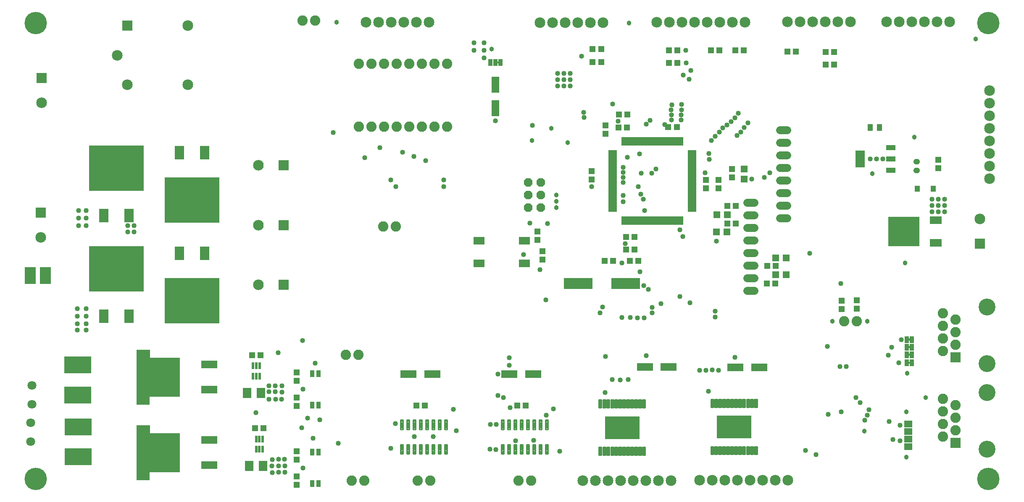
<source format=gbr>
G04 EAGLE Gerber RS-274X export*
G75*
%MOMM*%
%FSLAX34Y34*%
%LPD*%
%INSoldermask Top*%
%IPPOS*%
%AMOC8*
5,1,8,0,0,1.08239X$1,22.5*%
G01*
%ADD10R,1.603200X3.203200*%
%ADD11R,1.003200X1.403200*%
%ADD12C,0.925344*%
%ADD13R,1.303200X1.203200*%
%ADD14R,3.203200X1.603200*%
%ADD15R,1.981200X2.743200*%
%ADD16R,11.125200X9.220200*%
%ADD17R,2.235200X3.378200*%
%ADD18P,1.897646X8X112.500000*%
%ADD19C,2.082800*%
%ADD20R,2.082800X2.082800*%
%ADD21C,3.403200*%
%ADD22C,1.803400*%
%ADD23R,2.153200X2.153200*%
%ADD24C,2.153200*%
%ADD25R,0.838200X1.473200*%
%ADD26R,3.302000X1.498600*%
%ADD27R,2.489200X1.600200*%
%ADD28R,6.375400X5.892800*%
%ADD29R,1.803200X2.003200*%
%ADD30R,1.203200X1.303200*%
%ADD31C,0.353406*%
%ADD32R,7.003200X4.603200*%
%ADD33R,0.558800X1.371600*%
%ADD34C,0.286081*%
%ADD35C,0.965200*%
%ADD36C,2.133600*%
%ADD37R,2.133600X2.133600*%
%ADD38R,5.486400X3.378200*%
%ADD39R,1.403200X1.403200*%
%ADD40R,1.703200X0.503200*%
%ADD41R,0.503200X1.703200*%
%ADD42R,5.803200X2.303200*%
%ADD43R,2.303200X1.603200*%
%ADD44C,1.625600*%
%ADD45R,1.102359X1.224281*%
%ADD46R,1.963200X1.133200*%
%ADD47R,1.963200X3.393200*%
%ADD48C,1.016000*%
%ADD49C,4.519200*%

G36*
X269305Y189877D02*
X269305Y189877D01*
X269371Y189879D01*
X269414Y189897D01*
X269461Y189905D01*
X269518Y189939D01*
X269578Y189964D01*
X269613Y189995D01*
X269654Y190020D01*
X269696Y190071D01*
X269744Y190115D01*
X269766Y190157D01*
X269795Y190194D01*
X269816Y190256D01*
X269847Y190315D01*
X269855Y190369D01*
X269867Y190406D01*
X269866Y190446D01*
X269874Y190500D01*
X269874Y205614D01*
X330200Y205614D01*
X330265Y205625D01*
X330331Y205627D01*
X330374Y205645D01*
X330421Y205653D01*
X330478Y205687D01*
X330538Y205712D01*
X330573Y205743D01*
X330614Y205768D01*
X330656Y205819D01*
X330704Y205863D01*
X330726Y205905D01*
X330755Y205942D01*
X330776Y206004D01*
X330807Y206063D01*
X330815Y206117D01*
X330827Y206154D01*
X330826Y206194D01*
X330834Y206248D01*
X330834Y283972D01*
X330823Y284037D01*
X330821Y284103D01*
X330803Y284146D01*
X330795Y284193D01*
X330761Y284250D01*
X330736Y284310D01*
X330705Y284345D01*
X330680Y284386D01*
X330629Y284428D01*
X330585Y284476D01*
X330543Y284498D01*
X330506Y284527D01*
X330444Y284548D01*
X330385Y284579D01*
X330331Y284587D01*
X330294Y284599D01*
X330254Y284598D01*
X330200Y284606D01*
X270382Y284606D01*
X270382Y300228D01*
X270371Y300293D01*
X270369Y300359D01*
X270351Y300402D01*
X270343Y300449D01*
X270309Y300506D01*
X270284Y300566D01*
X270253Y300601D01*
X270228Y300642D01*
X270177Y300684D01*
X270133Y300732D01*
X270091Y300754D01*
X270054Y300783D01*
X269992Y300804D01*
X269933Y300835D01*
X269879Y300843D01*
X269842Y300855D01*
X269802Y300854D01*
X269748Y300862D01*
X243840Y300862D01*
X243775Y300851D01*
X243709Y300849D01*
X243666Y300831D01*
X243619Y300823D01*
X243562Y300789D01*
X243502Y300764D01*
X243467Y300733D01*
X243426Y300708D01*
X243385Y300657D01*
X243336Y300613D01*
X243314Y300571D01*
X243285Y300534D01*
X243264Y300472D01*
X243233Y300413D01*
X243225Y300359D01*
X243213Y300322D01*
X243213Y300319D01*
X243214Y300282D01*
X243206Y300228D01*
X243206Y190500D01*
X243217Y190435D01*
X243219Y190369D01*
X243237Y190326D01*
X243245Y190279D01*
X243279Y190222D01*
X243304Y190162D01*
X243335Y190127D01*
X243360Y190086D01*
X243411Y190045D01*
X243455Y189996D01*
X243497Y189974D01*
X243534Y189945D01*
X243596Y189924D01*
X243655Y189893D01*
X243709Y189885D01*
X243746Y189873D01*
X243786Y189874D01*
X243840Y189866D01*
X269240Y189866D01*
X269305Y189877D01*
G37*
G36*
X269305Y37477D02*
X269305Y37477D01*
X269371Y37479D01*
X269414Y37497D01*
X269461Y37505D01*
X269518Y37539D01*
X269578Y37564D01*
X269613Y37595D01*
X269654Y37620D01*
X269696Y37671D01*
X269744Y37715D01*
X269766Y37757D01*
X269795Y37794D01*
X269816Y37856D01*
X269847Y37915D01*
X269855Y37969D01*
X269867Y38006D01*
X269866Y38046D01*
X269874Y38100D01*
X269874Y53214D01*
X330200Y53214D01*
X330265Y53225D01*
X330331Y53227D01*
X330374Y53245D01*
X330421Y53253D01*
X330478Y53287D01*
X330538Y53312D01*
X330573Y53343D01*
X330614Y53368D01*
X330656Y53419D01*
X330704Y53463D01*
X330726Y53505D01*
X330755Y53542D01*
X330776Y53604D01*
X330807Y53663D01*
X330815Y53717D01*
X330827Y53754D01*
X330826Y53794D01*
X330834Y53848D01*
X330834Y131572D01*
X330823Y131637D01*
X330821Y131703D01*
X330803Y131746D01*
X330795Y131793D01*
X330761Y131850D01*
X330736Y131910D01*
X330705Y131945D01*
X330680Y131986D01*
X330629Y132028D01*
X330585Y132076D01*
X330543Y132098D01*
X330506Y132127D01*
X330444Y132148D01*
X330385Y132179D01*
X330331Y132187D01*
X330294Y132199D01*
X330254Y132198D01*
X330200Y132206D01*
X270382Y132206D01*
X270382Y147828D01*
X270371Y147893D01*
X270369Y147959D01*
X270351Y148002D01*
X270343Y148049D01*
X270309Y148106D01*
X270284Y148166D01*
X270253Y148201D01*
X270228Y148242D01*
X270177Y148284D01*
X270133Y148332D01*
X270091Y148354D01*
X270054Y148383D01*
X269992Y148404D01*
X269933Y148435D01*
X269879Y148443D01*
X269842Y148455D01*
X269802Y148454D01*
X269748Y148462D01*
X243840Y148462D01*
X243775Y148451D01*
X243709Y148449D01*
X243666Y148431D01*
X243619Y148423D01*
X243562Y148389D01*
X243502Y148364D01*
X243467Y148333D01*
X243426Y148308D01*
X243385Y148257D01*
X243336Y148213D01*
X243314Y148171D01*
X243285Y148134D01*
X243264Y148072D01*
X243233Y148013D01*
X243225Y147959D01*
X243213Y147922D01*
X243213Y147919D01*
X243214Y147882D01*
X243206Y147828D01*
X243206Y38100D01*
X243217Y38035D01*
X243219Y37969D01*
X243237Y37926D01*
X243245Y37879D01*
X243279Y37822D01*
X243304Y37762D01*
X243335Y37727D01*
X243360Y37686D01*
X243411Y37645D01*
X243455Y37596D01*
X243497Y37574D01*
X243534Y37545D01*
X243596Y37524D01*
X243655Y37493D01*
X243709Y37485D01*
X243746Y37473D01*
X243786Y37474D01*
X243840Y37466D01*
X269240Y37466D01*
X269305Y37477D01*
G37*
G36*
X1802830Y304177D02*
X1802830Y304177D01*
X1802896Y304179D01*
X1802939Y304197D01*
X1802986Y304205D01*
X1803043Y304239D01*
X1803103Y304264D01*
X1803138Y304295D01*
X1803179Y304320D01*
X1803221Y304371D01*
X1803269Y304415D01*
X1803291Y304457D01*
X1803320Y304494D01*
X1803341Y304556D01*
X1803372Y304615D01*
X1803380Y304669D01*
X1803392Y304706D01*
X1803391Y304746D01*
X1803399Y304800D01*
X1803399Y307340D01*
X1803388Y307405D01*
X1803386Y307471D01*
X1803368Y307514D01*
X1803360Y307561D01*
X1803326Y307618D01*
X1803301Y307678D01*
X1803270Y307713D01*
X1803245Y307754D01*
X1803194Y307796D01*
X1803150Y307844D01*
X1803108Y307866D01*
X1803071Y307895D01*
X1803009Y307916D01*
X1802950Y307947D01*
X1802896Y307955D01*
X1802859Y307967D01*
X1802819Y307966D01*
X1802765Y307974D01*
X1798955Y307974D01*
X1798890Y307963D01*
X1798824Y307961D01*
X1798781Y307943D01*
X1798734Y307935D01*
X1798677Y307901D01*
X1798617Y307876D01*
X1798582Y307845D01*
X1798541Y307820D01*
X1798500Y307769D01*
X1798451Y307725D01*
X1798429Y307683D01*
X1798400Y307646D01*
X1798379Y307584D01*
X1798348Y307525D01*
X1798340Y307471D01*
X1798328Y307434D01*
X1798328Y307431D01*
X1798329Y307394D01*
X1798321Y307340D01*
X1798321Y304800D01*
X1798332Y304735D01*
X1798334Y304669D01*
X1798352Y304626D01*
X1798360Y304579D01*
X1798394Y304522D01*
X1798419Y304462D01*
X1798450Y304427D01*
X1798475Y304386D01*
X1798526Y304345D01*
X1798570Y304296D01*
X1798612Y304274D01*
X1798649Y304245D01*
X1798711Y304224D01*
X1798770Y304193D01*
X1798824Y304185D01*
X1798861Y304173D01*
X1798901Y304174D01*
X1798955Y304166D01*
X1802765Y304166D01*
X1802830Y304177D01*
G37*
G36*
X1802830Y319417D02*
X1802830Y319417D01*
X1802896Y319419D01*
X1802939Y319437D01*
X1802986Y319445D01*
X1803043Y319479D01*
X1803103Y319504D01*
X1803138Y319535D01*
X1803179Y319560D01*
X1803221Y319611D01*
X1803269Y319655D01*
X1803291Y319697D01*
X1803320Y319734D01*
X1803341Y319796D01*
X1803372Y319855D01*
X1803380Y319909D01*
X1803392Y319946D01*
X1803391Y319986D01*
X1803399Y320040D01*
X1803399Y322580D01*
X1803388Y322645D01*
X1803386Y322711D01*
X1803368Y322754D01*
X1803360Y322801D01*
X1803326Y322858D01*
X1803301Y322918D01*
X1803270Y322953D01*
X1803245Y322994D01*
X1803194Y323036D01*
X1803150Y323084D01*
X1803108Y323106D01*
X1803071Y323135D01*
X1803009Y323156D01*
X1802950Y323187D01*
X1802896Y323195D01*
X1802859Y323207D01*
X1802819Y323206D01*
X1802765Y323214D01*
X1798955Y323214D01*
X1798890Y323203D01*
X1798824Y323201D01*
X1798781Y323183D01*
X1798734Y323175D01*
X1798677Y323141D01*
X1798617Y323116D01*
X1798582Y323085D01*
X1798541Y323060D01*
X1798500Y323009D01*
X1798451Y322965D01*
X1798429Y322923D01*
X1798400Y322886D01*
X1798379Y322824D01*
X1798348Y322765D01*
X1798340Y322711D01*
X1798328Y322674D01*
X1798328Y322671D01*
X1798329Y322634D01*
X1798321Y322580D01*
X1798321Y320040D01*
X1798332Y319975D01*
X1798334Y319909D01*
X1798352Y319866D01*
X1798360Y319819D01*
X1798394Y319762D01*
X1798419Y319702D01*
X1798450Y319667D01*
X1798475Y319626D01*
X1798526Y319585D01*
X1798570Y319536D01*
X1798612Y319514D01*
X1798649Y319485D01*
X1798711Y319464D01*
X1798770Y319433D01*
X1798824Y319425D01*
X1798861Y319413D01*
X1798901Y319414D01*
X1798955Y319406D01*
X1802765Y319406D01*
X1802830Y319417D01*
G37*
G36*
X1802830Y288937D02*
X1802830Y288937D01*
X1802896Y288939D01*
X1802939Y288957D01*
X1802986Y288965D01*
X1803043Y288999D01*
X1803103Y289024D01*
X1803138Y289055D01*
X1803179Y289080D01*
X1803221Y289131D01*
X1803269Y289175D01*
X1803291Y289217D01*
X1803320Y289254D01*
X1803341Y289316D01*
X1803372Y289375D01*
X1803380Y289429D01*
X1803392Y289466D01*
X1803391Y289506D01*
X1803399Y289560D01*
X1803399Y292100D01*
X1803388Y292165D01*
X1803386Y292231D01*
X1803368Y292274D01*
X1803360Y292321D01*
X1803326Y292378D01*
X1803301Y292438D01*
X1803270Y292473D01*
X1803245Y292514D01*
X1803194Y292556D01*
X1803150Y292604D01*
X1803108Y292626D01*
X1803071Y292655D01*
X1803009Y292676D01*
X1802950Y292707D01*
X1802896Y292715D01*
X1802859Y292727D01*
X1802819Y292726D01*
X1802765Y292734D01*
X1798955Y292734D01*
X1798890Y292723D01*
X1798824Y292721D01*
X1798781Y292703D01*
X1798734Y292695D01*
X1798677Y292661D01*
X1798617Y292636D01*
X1798582Y292605D01*
X1798541Y292580D01*
X1798500Y292529D01*
X1798451Y292485D01*
X1798429Y292443D01*
X1798400Y292406D01*
X1798379Y292344D01*
X1798348Y292285D01*
X1798340Y292231D01*
X1798328Y292194D01*
X1798328Y292191D01*
X1798329Y292154D01*
X1798321Y292100D01*
X1798321Y289560D01*
X1798332Y289495D01*
X1798334Y289429D01*
X1798352Y289386D01*
X1798360Y289339D01*
X1798394Y289282D01*
X1798419Y289222D01*
X1798450Y289187D01*
X1798475Y289146D01*
X1798526Y289105D01*
X1798570Y289056D01*
X1798612Y289034D01*
X1798649Y289005D01*
X1798711Y288984D01*
X1798770Y288953D01*
X1798824Y288945D01*
X1798861Y288933D01*
X1798901Y288934D01*
X1798955Y288926D01*
X1802765Y288926D01*
X1802830Y288937D01*
G37*
G36*
X1802830Y272427D02*
X1802830Y272427D01*
X1802896Y272429D01*
X1802939Y272447D01*
X1802986Y272455D01*
X1803043Y272489D01*
X1803103Y272514D01*
X1803138Y272545D01*
X1803179Y272570D01*
X1803221Y272621D01*
X1803269Y272665D01*
X1803291Y272707D01*
X1803320Y272744D01*
X1803341Y272806D01*
X1803372Y272865D01*
X1803380Y272919D01*
X1803392Y272956D01*
X1803391Y272996D01*
X1803399Y273050D01*
X1803399Y275590D01*
X1803388Y275655D01*
X1803386Y275721D01*
X1803368Y275764D01*
X1803360Y275811D01*
X1803326Y275868D01*
X1803301Y275928D01*
X1803270Y275963D01*
X1803245Y276004D01*
X1803194Y276046D01*
X1803150Y276094D01*
X1803108Y276116D01*
X1803071Y276145D01*
X1803009Y276166D01*
X1802950Y276197D01*
X1802896Y276205D01*
X1802859Y276217D01*
X1802819Y276216D01*
X1802765Y276224D01*
X1798955Y276224D01*
X1798890Y276213D01*
X1798824Y276211D01*
X1798781Y276193D01*
X1798734Y276185D01*
X1798677Y276151D01*
X1798617Y276126D01*
X1798582Y276095D01*
X1798541Y276070D01*
X1798500Y276019D01*
X1798451Y275975D01*
X1798429Y275933D01*
X1798400Y275896D01*
X1798379Y275834D01*
X1798348Y275775D01*
X1798340Y275721D01*
X1798328Y275684D01*
X1798328Y275681D01*
X1798329Y275644D01*
X1798321Y275590D01*
X1798321Y273050D01*
X1798332Y272985D01*
X1798334Y272919D01*
X1798352Y272876D01*
X1798360Y272829D01*
X1798394Y272772D01*
X1798419Y272712D01*
X1798450Y272677D01*
X1798475Y272636D01*
X1798526Y272595D01*
X1798570Y272546D01*
X1798612Y272524D01*
X1798649Y272495D01*
X1798711Y272474D01*
X1798770Y272443D01*
X1798824Y272435D01*
X1798861Y272423D01*
X1798901Y272424D01*
X1798955Y272416D01*
X1802765Y272416D01*
X1802830Y272427D01*
G37*
G36*
X973774Y878725D02*
X973774Y878725D01*
X973840Y878727D01*
X973883Y878745D01*
X973930Y878753D01*
X973987Y878787D01*
X974047Y878812D01*
X974082Y878843D01*
X974123Y878868D01*
X974165Y878919D01*
X974213Y878963D01*
X974235Y879005D01*
X974264Y879042D01*
X974285Y879104D01*
X974316Y879163D01*
X974324Y879217D01*
X974336Y879254D01*
X974335Y879294D01*
X974343Y879348D01*
X974343Y881888D01*
X974332Y881953D01*
X974330Y882019D01*
X974312Y882062D01*
X974304Y882109D01*
X974270Y882166D01*
X974245Y882226D01*
X974214Y882261D01*
X974189Y882302D01*
X974138Y882344D01*
X974094Y882392D01*
X974052Y882414D01*
X974015Y882443D01*
X973953Y882464D01*
X973894Y882495D01*
X973840Y882503D01*
X973803Y882515D01*
X973763Y882514D01*
X973709Y882522D01*
X969899Y882522D01*
X969834Y882511D01*
X969768Y882509D01*
X969725Y882491D01*
X969678Y882483D01*
X969621Y882449D01*
X969561Y882424D01*
X969526Y882393D01*
X969485Y882368D01*
X969444Y882317D01*
X969395Y882273D01*
X969373Y882231D01*
X969344Y882194D01*
X969323Y882132D01*
X969292Y882073D01*
X969284Y882019D01*
X969272Y881982D01*
X969272Y881979D01*
X969273Y881942D01*
X969265Y881888D01*
X969265Y879348D01*
X969276Y879283D01*
X969278Y879217D01*
X969296Y879174D01*
X969304Y879127D01*
X969338Y879070D01*
X969363Y879010D01*
X969394Y878975D01*
X969419Y878934D01*
X969470Y878893D01*
X969514Y878844D01*
X969556Y878822D01*
X969593Y878793D01*
X969655Y878772D01*
X969714Y878741D01*
X969768Y878733D01*
X969805Y878721D01*
X969845Y878722D01*
X969899Y878714D01*
X973709Y878714D01*
X973774Y878725D01*
G37*
D10*
X966724Y836038D03*
X966724Y788038D03*
D11*
X1740010Y749300D03*
X1722010Y749300D03*
D12*
X1812940Y663822D02*
X1816720Y663822D01*
X1816720Y662058D01*
X1812940Y662058D01*
X1812940Y663822D01*
X1812940Y681602D02*
X1816720Y681602D01*
X1816720Y679838D01*
X1812940Y679838D01*
X1812940Y681602D01*
D13*
X1027294Y188214D03*
X1010294Y188214D03*
D14*
X839594Y251714D03*
X791594Y251714D03*
X1042794Y251714D03*
X994794Y251714D03*
X1315684Y265966D03*
X1267684Y265966D03*
X1498216Y265430D03*
X1450216Y265430D03*
D13*
X476386Y289814D03*
X493386Y289814D03*
X1648748Y875982D03*
X1631748Y875982D03*
X482482Y141986D03*
X499482Y141986D03*
D15*
X381000Y495300D03*
X330200Y495300D03*
D16*
X355600Y399415D03*
D15*
X177800Y368300D03*
X228600Y368300D03*
D16*
X203200Y464185D03*
D15*
X381000Y698500D03*
X330200Y698500D03*
D16*
X355600Y602615D03*
D15*
X177800Y571500D03*
X228600Y571500D03*
D16*
X203200Y667385D03*
D17*
X59690Y450850D03*
X29210Y450850D03*
D18*
X1057910Y588010D03*
X1032510Y588010D03*
X1057910Y613410D03*
X1032510Y613410D03*
X1057910Y638810D03*
X1032510Y638810D03*
D19*
X809752Y36576D03*
X835152Y36576D03*
X1868170Y201930D03*
X1893570Y189230D03*
X1868170Y176530D03*
X1868170Y151130D03*
X1868170Y125730D03*
X1893570Y163830D03*
X1893570Y138430D03*
D20*
X1893570Y113030D03*
D21*
X1957070Y100330D03*
X1957070Y214630D03*
D19*
X1868170Y374650D03*
X1893570Y361950D03*
X1868170Y349250D03*
X1868170Y323850D03*
X1868170Y298450D03*
X1893570Y336550D03*
X1893570Y311150D03*
D20*
X1893570Y285750D03*
D21*
X1957070Y273050D03*
X1957070Y387350D03*
D22*
X32258Y190340D03*
X32258Y228440D03*
D19*
X603250Y965200D03*
X577850Y965200D03*
X1013460Y36576D03*
X1038860Y36576D03*
D23*
X1943100Y514750D03*
D24*
X1943100Y564750D03*
D23*
X50800Y577450D03*
D24*
X50800Y527450D03*
D22*
X30258Y115440D03*
X30258Y153540D03*
D25*
X1794256Y120650D03*
X1802384Y120650D03*
X1805940Y274320D03*
X1795780Y274320D03*
X1805940Y290830D03*
X1795780Y290830D03*
X1805940Y321310D03*
X1795780Y321310D03*
X956564Y880618D03*
X966724Y880618D03*
X976884Y880618D03*
X1794256Y151130D03*
X1802384Y151130D03*
X1794256Y135890D03*
X1802384Y135890D03*
X1794256Y105410D03*
X1802384Y105410D03*
D23*
X224750Y955350D03*
D24*
X204750Y895350D03*
X224750Y835350D03*
X346750Y835350D03*
X346750Y955350D03*
D26*
X389636Y219964D03*
X389636Y270764D03*
X389636Y67564D03*
X389636Y118364D03*
D27*
X1854200Y516890D03*
X1854200Y562610D03*
D28*
X1789811Y539750D03*
D29*
X493806Y213614D03*
X465806Y213614D03*
D30*
X565658Y78876D03*
X565658Y95876D03*
X565658Y237626D03*
X565658Y254626D03*
D29*
X498124Y66040D03*
X470124Y66040D03*
D13*
X1648748Y901732D03*
X1631748Y901732D03*
X1316258Y905066D03*
X1333258Y905066D03*
D31*
X1263745Y198605D02*
X1263745Y183507D01*
X1263745Y198605D02*
X1268243Y198605D01*
X1268243Y183507D01*
X1263745Y183507D01*
X1263745Y186864D02*
X1268243Y186864D01*
X1268243Y190221D02*
X1263745Y190221D01*
X1263745Y193578D02*
X1268243Y193578D01*
X1268243Y196935D02*
X1263745Y196935D01*
X1255745Y198605D02*
X1255745Y183507D01*
X1255745Y198605D02*
X1260243Y198605D01*
X1260243Y183507D01*
X1255745Y183507D01*
X1255745Y186864D02*
X1260243Y186864D01*
X1260243Y190221D02*
X1255745Y190221D01*
X1255745Y193578D02*
X1260243Y193578D01*
X1260243Y196935D02*
X1255745Y196935D01*
X1247745Y198605D02*
X1247745Y183507D01*
X1247745Y198605D02*
X1252243Y198605D01*
X1252243Y183507D01*
X1247745Y183507D01*
X1247745Y186864D02*
X1252243Y186864D01*
X1252243Y190221D02*
X1247745Y190221D01*
X1247745Y193578D02*
X1252243Y193578D01*
X1252243Y196935D02*
X1247745Y196935D01*
X1239745Y198605D02*
X1239745Y183507D01*
X1239745Y198605D02*
X1244243Y198605D01*
X1244243Y183507D01*
X1239745Y183507D01*
X1239745Y186864D02*
X1244243Y186864D01*
X1244243Y190221D02*
X1239745Y190221D01*
X1239745Y193578D02*
X1244243Y193578D01*
X1244243Y196935D02*
X1239745Y196935D01*
X1231745Y198605D02*
X1231745Y183507D01*
X1231745Y198605D02*
X1236243Y198605D01*
X1236243Y183507D01*
X1231745Y183507D01*
X1231745Y186864D02*
X1236243Y186864D01*
X1236243Y190221D02*
X1231745Y190221D01*
X1231745Y193578D02*
X1236243Y193578D01*
X1236243Y196935D02*
X1231745Y196935D01*
X1223745Y198605D02*
X1223745Y183507D01*
X1223745Y198605D02*
X1228243Y198605D01*
X1228243Y183507D01*
X1223745Y183507D01*
X1223745Y186864D02*
X1228243Y186864D01*
X1228243Y190221D02*
X1223745Y190221D01*
X1223745Y193578D02*
X1228243Y193578D01*
X1228243Y196935D02*
X1223745Y196935D01*
X1215745Y198605D02*
X1215745Y183507D01*
X1215745Y198605D02*
X1220243Y198605D01*
X1220243Y183507D01*
X1215745Y183507D01*
X1215745Y186864D02*
X1220243Y186864D01*
X1220243Y190221D02*
X1215745Y190221D01*
X1215745Y193578D02*
X1220243Y193578D01*
X1220243Y196935D02*
X1215745Y196935D01*
X1207745Y198605D02*
X1207745Y183507D01*
X1207745Y198605D02*
X1212243Y198605D01*
X1212243Y183507D01*
X1207745Y183507D01*
X1207745Y186864D02*
X1212243Y186864D01*
X1212243Y190221D02*
X1207745Y190221D01*
X1207745Y193578D02*
X1212243Y193578D01*
X1212243Y196935D02*
X1207745Y196935D01*
X1199745Y198605D02*
X1199745Y183507D01*
X1199745Y198605D02*
X1204243Y198605D01*
X1204243Y183507D01*
X1199745Y183507D01*
X1199745Y186864D02*
X1204243Y186864D01*
X1204243Y190221D02*
X1199745Y190221D01*
X1199745Y193578D02*
X1204243Y193578D01*
X1204243Y196935D02*
X1199745Y196935D01*
X1191745Y198605D02*
X1191745Y183507D01*
X1191745Y198605D02*
X1196243Y198605D01*
X1196243Y183507D01*
X1191745Y183507D01*
X1191745Y186864D02*
X1196243Y186864D01*
X1196243Y190221D02*
X1191745Y190221D01*
X1191745Y193578D02*
X1196243Y193578D01*
X1196243Y196935D02*
X1191745Y196935D01*
X1183745Y198605D02*
X1183745Y183507D01*
X1183745Y198605D02*
X1188243Y198605D01*
X1188243Y183507D01*
X1183745Y183507D01*
X1183745Y186864D02*
X1188243Y186864D01*
X1188243Y190221D02*
X1183745Y190221D01*
X1183745Y193578D02*
X1188243Y193578D01*
X1188243Y196935D02*
X1183745Y196935D01*
X1175745Y198605D02*
X1175745Y183507D01*
X1175745Y198605D02*
X1180243Y198605D01*
X1180243Y183507D01*
X1175745Y183507D01*
X1175745Y186864D02*
X1180243Y186864D01*
X1180243Y190221D02*
X1175745Y190221D01*
X1175745Y193578D02*
X1180243Y193578D01*
X1180243Y196935D02*
X1175745Y196935D01*
X1175745Y103005D02*
X1175745Y87907D01*
X1175745Y103005D02*
X1180243Y103005D01*
X1180243Y87907D01*
X1175745Y87907D01*
X1175745Y91264D02*
X1180243Y91264D01*
X1180243Y94621D02*
X1175745Y94621D01*
X1175745Y97978D02*
X1180243Y97978D01*
X1180243Y101335D02*
X1175745Y101335D01*
X1183745Y103005D02*
X1183745Y87907D01*
X1183745Y103005D02*
X1188243Y103005D01*
X1188243Y87907D01*
X1183745Y87907D01*
X1183745Y91264D02*
X1188243Y91264D01*
X1188243Y94621D02*
X1183745Y94621D01*
X1183745Y97978D02*
X1188243Y97978D01*
X1188243Y101335D02*
X1183745Y101335D01*
X1191745Y103005D02*
X1191745Y87907D01*
X1191745Y103005D02*
X1196243Y103005D01*
X1196243Y87907D01*
X1191745Y87907D01*
X1191745Y91264D02*
X1196243Y91264D01*
X1196243Y94621D02*
X1191745Y94621D01*
X1191745Y97978D02*
X1196243Y97978D01*
X1196243Y101335D02*
X1191745Y101335D01*
X1199745Y103005D02*
X1199745Y87907D01*
X1199745Y103005D02*
X1204243Y103005D01*
X1204243Y87907D01*
X1199745Y87907D01*
X1199745Y91264D02*
X1204243Y91264D01*
X1204243Y94621D02*
X1199745Y94621D01*
X1199745Y97978D02*
X1204243Y97978D01*
X1204243Y101335D02*
X1199745Y101335D01*
X1207745Y103005D02*
X1207745Y87907D01*
X1207745Y103005D02*
X1212243Y103005D01*
X1212243Y87907D01*
X1207745Y87907D01*
X1207745Y91264D02*
X1212243Y91264D01*
X1212243Y94621D02*
X1207745Y94621D01*
X1207745Y97978D02*
X1212243Y97978D01*
X1212243Y101335D02*
X1207745Y101335D01*
X1215745Y103005D02*
X1215745Y87907D01*
X1215745Y103005D02*
X1220243Y103005D01*
X1220243Y87907D01*
X1215745Y87907D01*
X1215745Y91264D02*
X1220243Y91264D01*
X1220243Y94621D02*
X1215745Y94621D01*
X1215745Y97978D02*
X1220243Y97978D01*
X1220243Y101335D02*
X1215745Y101335D01*
X1223745Y103005D02*
X1223745Y87907D01*
X1223745Y103005D02*
X1228243Y103005D01*
X1228243Y87907D01*
X1223745Y87907D01*
X1223745Y91264D02*
X1228243Y91264D01*
X1228243Y94621D02*
X1223745Y94621D01*
X1223745Y97978D02*
X1228243Y97978D01*
X1228243Y101335D02*
X1223745Y101335D01*
X1231745Y103005D02*
X1231745Y87907D01*
X1231745Y103005D02*
X1236243Y103005D01*
X1236243Y87907D01*
X1231745Y87907D01*
X1231745Y91264D02*
X1236243Y91264D01*
X1236243Y94621D02*
X1231745Y94621D01*
X1231745Y97978D02*
X1236243Y97978D01*
X1236243Y101335D02*
X1231745Y101335D01*
X1239745Y103005D02*
X1239745Y87907D01*
X1239745Y103005D02*
X1244243Y103005D01*
X1244243Y87907D01*
X1239745Y87907D01*
X1239745Y91264D02*
X1244243Y91264D01*
X1244243Y94621D02*
X1239745Y94621D01*
X1239745Y97978D02*
X1244243Y97978D01*
X1244243Y101335D02*
X1239745Y101335D01*
X1247745Y103005D02*
X1247745Y87907D01*
X1247745Y103005D02*
X1252243Y103005D01*
X1252243Y87907D01*
X1247745Y87907D01*
X1247745Y91264D02*
X1252243Y91264D01*
X1252243Y94621D02*
X1247745Y94621D01*
X1247745Y97978D02*
X1252243Y97978D01*
X1252243Y101335D02*
X1247745Y101335D01*
X1255745Y103005D02*
X1255745Y87907D01*
X1255745Y103005D02*
X1260243Y103005D01*
X1260243Y87907D01*
X1255745Y87907D01*
X1255745Y91264D02*
X1260243Y91264D01*
X1260243Y94621D02*
X1255745Y94621D01*
X1255745Y97978D02*
X1260243Y97978D01*
X1260243Y101335D02*
X1255745Y101335D01*
X1263745Y103005D02*
X1263745Y87907D01*
X1263745Y103005D02*
X1268243Y103005D01*
X1268243Y87907D01*
X1263745Y87907D01*
X1263745Y91264D02*
X1268243Y91264D01*
X1268243Y94621D02*
X1263745Y94621D01*
X1263745Y97978D02*
X1268243Y97978D01*
X1268243Y101335D02*
X1263745Y101335D01*
D32*
X1221994Y143256D03*
D33*
X491490Y268478D03*
X484886Y268478D03*
X478282Y268478D03*
X478282Y247650D03*
X484886Y247650D03*
X491490Y247650D03*
D34*
X779930Y109400D02*
X779930Y90528D01*
X775058Y90528D01*
X775058Y109400D01*
X779930Y109400D01*
X779930Y93246D02*
X775058Y93246D01*
X775058Y95964D02*
X779930Y95964D01*
X779930Y98682D02*
X775058Y98682D01*
X775058Y101400D02*
X779930Y101400D01*
X779930Y104118D02*
X775058Y104118D01*
X775058Y106836D02*
X779930Y106836D01*
X792630Y109400D02*
X792630Y90528D01*
X787758Y90528D01*
X787758Y109400D01*
X792630Y109400D01*
X792630Y93246D02*
X787758Y93246D01*
X787758Y95964D02*
X792630Y95964D01*
X792630Y98682D02*
X787758Y98682D01*
X787758Y101400D02*
X792630Y101400D01*
X792630Y104118D02*
X787758Y104118D01*
X787758Y106836D02*
X792630Y106836D01*
X805330Y109400D02*
X805330Y90528D01*
X800458Y90528D01*
X800458Y109400D01*
X805330Y109400D01*
X805330Y93246D02*
X800458Y93246D01*
X800458Y95964D02*
X805330Y95964D01*
X805330Y98682D02*
X800458Y98682D01*
X800458Y101400D02*
X805330Y101400D01*
X805330Y104118D02*
X800458Y104118D01*
X800458Y106836D02*
X805330Y106836D01*
X818030Y109400D02*
X818030Y90528D01*
X813158Y90528D01*
X813158Y109400D01*
X818030Y109400D01*
X818030Y93246D02*
X813158Y93246D01*
X813158Y95964D02*
X818030Y95964D01*
X818030Y98682D02*
X813158Y98682D01*
X813158Y101400D02*
X818030Y101400D01*
X818030Y104118D02*
X813158Y104118D01*
X813158Y106836D02*
X818030Y106836D01*
X830730Y109400D02*
X830730Y90528D01*
X825858Y90528D01*
X825858Y109400D01*
X830730Y109400D01*
X830730Y93246D02*
X825858Y93246D01*
X825858Y95964D02*
X830730Y95964D01*
X830730Y98682D02*
X825858Y98682D01*
X825858Y101400D02*
X830730Y101400D01*
X830730Y104118D02*
X825858Y104118D01*
X825858Y106836D02*
X830730Y106836D01*
X843430Y109400D02*
X843430Y90528D01*
X838558Y90528D01*
X838558Y109400D01*
X843430Y109400D01*
X843430Y93246D02*
X838558Y93246D01*
X838558Y95964D02*
X843430Y95964D01*
X843430Y98682D02*
X838558Y98682D01*
X838558Y101400D02*
X843430Y101400D01*
X843430Y104118D02*
X838558Y104118D01*
X838558Y106836D02*
X843430Y106836D01*
X856130Y109400D02*
X856130Y90528D01*
X851258Y90528D01*
X851258Y109400D01*
X856130Y109400D01*
X856130Y93246D02*
X851258Y93246D01*
X851258Y95964D02*
X856130Y95964D01*
X856130Y98682D02*
X851258Y98682D01*
X851258Y101400D02*
X856130Y101400D01*
X856130Y104118D02*
X851258Y104118D01*
X851258Y106836D02*
X856130Y106836D01*
X868830Y109400D02*
X868830Y90528D01*
X863958Y90528D01*
X863958Y109400D01*
X868830Y109400D01*
X868830Y93246D02*
X863958Y93246D01*
X863958Y95964D02*
X868830Y95964D01*
X868830Y98682D02*
X863958Y98682D01*
X863958Y101400D02*
X868830Y101400D01*
X868830Y104118D02*
X863958Y104118D01*
X863958Y106836D02*
X868830Y106836D01*
X863958Y140028D02*
X863958Y158900D01*
X868830Y158900D01*
X868830Y140028D01*
X863958Y140028D01*
X863958Y142746D02*
X868830Y142746D01*
X868830Y145464D02*
X863958Y145464D01*
X863958Y148182D02*
X868830Y148182D01*
X868830Y150900D02*
X863958Y150900D01*
X863958Y153618D02*
X868830Y153618D01*
X868830Y156336D02*
X863958Y156336D01*
X851258Y158900D02*
X851258Y140028D01*
X851258Y158900D02*
X856130Y158900D01*
X856130Y140028D01*
X851258Y140028D01*
X851258Y142746D02*
X856130Y142746D01*
X856130Y145464D02*
X851258Y145464D01*
X851258Y148182D02*
X856130Y148182D01*
X856130Y150900D02*
X851258Y150900D01*
X851258Y153618D02*
X856130Y153618D01*
X856130Y156336D02*
X851258Y156336D01*
X838558Y158900D02*
X838558Y140028D01*
X838558Y158900D02*
X843430Y158900D01*
X843430Y140028D01*
X838558Y140028D01*
X838558Y142746D02*
X843430Y142746D01*
X843430Y145464D02*
X838558Y145464D01*
X838558Y148182D02*
X843430Y148182D01*
X843430Y150900D02*
X838558Y150900D01*
X838558Y153618D02*
X843430Y153618D01*
X843430Y156336D02*
X838558Y156336D01*
X825858Y158900D02*
X825858Y140028D01*
X825858Y158900D02*
X830730Y158900D01*
X830730Y140028D01*
X825858Y140028D01*
X825858Y142746D02*
X830730Y142746D01*
X830730Y145464D02*
X825858Y145464D01*
X825858Y148182D02*
X830730Y148182D01*
X830730Y150900D02*
X825858Y150900D01*
X825858Y153618D02*
X830730Y153618D01*
X830730Y156336D02*
X825858Y156336D01*
X813158Y158900D02*
X813158Y140028D01*
X813158Y158900D02*
X818030Y158900D01*
X818030Y140028D01*
X813158Y140028D01*
X813158Y142746D02*
X818030Y142746D01*
X818030Y145464D02*
X813158Y145464D01*
X813158Y148182D02*
X818030Y148182D01*
X818030Y150900D02*
X813158Y150900D01*
X813158Y153618D02*
X818030Y153618D01*
X818030Y156336D02*
X813158Y156336D01*
X800458Y158900D02*
X800458Y140028D01*
X800458Y158900D02*
X805330Y158900D01*
X805330Y140028D01*
X800458Y140028D01*
X800458Y142746D02*
X805330Y142746D01*
X805330Y145464D02*
X800458Y145464D01*
X800458Y148182D02*
X805330Y148182D01*
X805330Y150900D02*
X800458Y150900D01*
X800458Y153618D02*
X805330Y153618D01*
X805330Y156336D02*
X800458Y156336D01*
X787758Y158900D02*
X787758Y140028D01*
X787758Y158900D02*
X792630Y158900D01*
X792630Y140028D01*
X787758Y140028D01*
X787758Y142746D02*
X792630Y142746D01*
X792630Y145464D02*
X787758Y145464D01*
X787758Y148182D02*
X792630Y148182D01*
X792630Y150900D02*
X787758Y150900D01*
X787758Y153618D02*
X792630Y153618D01*
X792630Y156336D02*
X787758Y156336D01*
X775058Y158900D02*
X775058Y140028D01*
X775058Y158900D02*
X779930Y158900D01*
X779930Y140028D01*
X775058Y140028D01*
X775058Y142746D02*
X779930Y142746D01*
X779930Y145464D02*
X775058Y145464D01*
X775058Y148182D02*
X779930Y148182D01*
X779930Y150900D02*
X775058Y150900D01*
X775058Y153618D02*
X779930Y153618D01*
X779930Y156336D02*
X775058Y156336D01*
X983130Y109400D02*
X983130Y90528D01*
X978258Y90528D01*
X978258Y109400D01*
X983130Y109400D01*
X983130Y93246D02*
X978258Y93246D01*
X978258Y95964D02*
X983130Y95964D01*
X983130Y98682D02*
X978258Y98682D01*
X978258Y101400D02*
X983130Y101400D01*
X983130Y104118D02*
X978258Y104118D01*
X978258Y106836D02*
X983130Y106836D01*
X995830Y109400D02*
X995830Y90528D01*
X990958Y90528D01*
X990958Y109400D01*
X995830Y109400D01*
X995830Y93246D02*
X990958Y93246D01*
X990958Y95964D02*
X995830Y95964D01*
X995830Y98682D02*
X990958Y98682D01*
X990958Y101400D02*
X995830Y101400D01*
X995830Y104118D02*
X990958Y104118D01*
X990958Y106836D02*
X995830Y106836D01*
X1008530Y109400D02*
X1008530Y90528D01*
X1003658Y90528D01*
X1003658Y109400D01*
X1008530Y109400D01*
X1008530Y93246D02*
X1003658Y93246D01*
X1003658Y95964D02*
X1008530Y95964D01*
X1008530Y98682D02*
X1003658Y98682D01*
X1003658Y101400D02*
X1008530Y101400D01*
X1008530Y104118D02*
X1003658Y104118D01*
X1003658Y106836D02*
X1008530Y106836D01*
X1021230Y109400D02*
X1021230Y90528D01*
X1016358Y90528D01*
X1016358Y109400D01*
X1021230Y109400D01*
X1021230Y93246D02*
X1016358Y93246D01*
X1016358Y95964D02*
X1021230Y95964D01*
X1021230Y98682D02*
X1016358Y98682D01*
X1016358Y101400D02*
X1021230Y101400D01*
X1021230Y104118D02*
X1016358Y104118D01*
X1016358Y106836D02*
X1021230Y106836D01*
X1033930Y109400D02*
X1033930Y90528D01*
X1029058Y90528D01*
X1029058Y109400D01*
X1033930Y109400D01*
X1033930Y93246D02*
X1029058Y93246D01*
X1029058Y95964D02*
X1033930Y95964D01*
X1033930Y98682D02*
X1029058Y98682D01*
X1029058Y101400D02*
X1033930Y101400D01*
X1033930Y104118D02*
X1029058Y104118D01*
X1029058Y106836D02*
X1033930Y106836D01*
X1046630Y109400D02*
X1046630Y90528D01*
X1041758Y90528D01*
X1041758Y109400D01*
X1046630Y109400D01*
X1046630Y93246D02*
X1041758Y93246D01*
X1041758Y95964D02*
X1046630Y95964D01*
X1046630Y98682D02*
X1041758Y98682D01*
X1041758Y101400D02*
X1046630Y101400D01*
X1046630Y104118D02*
X1041758Y104118D01*
X1041758Y106836D02*
X1046630Y106836D01*
X1059330Y109400D02*
X1059330Y90528D01*
X1054458Y90528D01*
X1054458Y109400D01*
X1059330Y109400D01*
X1059330Y93246D02*
X1054458Y93246D01*
X1054458Y95964D02*
X1059330Y95964D01*
X1059330Y98682D02*
X1054458Y98682D01*
X1054458Y101400D02*
X1059330Y101400D01*
X1059330Y104118D02*
X1054458Y104118D01*
X1054458Y106836D02*
X1059330Y106836D01*
X1072030Y109400D02*
X1072030Y90528D01*
X1067158Y90528D01*
X1067158Y109400D01*
X1072030Y109400D01*
X1072030Y93246D02*
X1067158Y93246D01*
X1067158Y95964D02*
X1072030Y95964D01*
X1072030Y98682D02*
X1067158Y98682D01*
X1067158Y101400D02*
X1072030Y101400D01*
X1072030Y104118D02*
X1067158Y104118D01*
X1067158Y106836D02*
X1072030Y106836D01*
X1067158Y140028D02*
X1067158Y158900D01*
X1072030Y158900D01*
X1072030Y140028D01*
X1067158Y140028D01*
X1067158Y142746D02*
X1072030Y142746D01*
X1072030Y145464D02*
X1067158Y145464D01*
X1067158Y148182D02*
X1072030Y148182D01*
X1072030Y150900D02*
X1067158Y150900D01*
X1067158Y153618D02*
X1072030Y153618D01*
X1072030Y156336D02*
X1067158Y156336D01*
X1054458Y158900D02*
X1054458Y140028D01*
X1054458Y158900D02*
X1059330Y158900D01*
X1059330Y140028D01*
X1054458Y140028D01*
X1054458Y142746D02*
X1059330Y142746D01*
X1059330Y145464D02*
X1054458Y145464D01*
X1054458Y148182D02*
X1059330Y148182D01*
X1059330Y150900D02*
X1054458Y150900D01*
X1054458Y153618D02*
X1059330Y153618D01*
X1059330Y156336D02*
X1054458Y156336D01*
X1041758Y158900D02*
X1041758Y140028D01*
X1041758Y158900D02*
X1046630Y158900D01*
X1046630Y140028D01*
X1041758Y140028D01*
X1041758Y142746D02*
X1046630Y142746D01*
X1046630Y145464D02*
X1041758Y145464D01*
X1041758Y148182D02*
X1046630Y148182D01*
X1046630Y150900D02*
X1041758Y150900D01*
X1041758Y153618D02*
X1046630Y153618D01*
X1046630Y156336D02*
X1041758Y156336D01*
X1029058Y158900D02*
X1029058Y140028D01*
X1029058Y158900D02*
X1033930Y158900D01*
X1033930Y140028D01*
X1029058Y140028D01*
X1029058Y142746D02*
X1033930Y142746D01*
X1033930Y145464D02*
X1029058Y145464D01*
X1029058Y148182D02*
X1033930Y148182D01*
X1033930Y150900D02*
X1029058Y150900D01*
X1029058Y153618D02*
X1033930Y153618D01*
X1033930Y156336D02*
X1029058Y156336D01*
X1016358Y158900D02*
X1016358Y140028D01*
X1016358Y158900D02*
X1021230Y158900D01*
X1021230Y140028D01*
X1016358Y140028D01*
X1016358Y142746D02*
X1021230Y142746D01*
X1021230Y145464D02*
X1016358Y145464D01*
X1016358Y148182D02*
X1021230Y148182D01*
X1021230Y150900D02*
X1016358Y150900D01*
X1016358Y153618D02*
X1021230Y153618D01*
X1021230Y156336D02*
X1016358Y156336D01*
X1003658Y158900D02*
X1003658Y140028D01*
X1003658Y158900D02*
X1008530Y158900D01*
X1008530Y140028D01*
X1003658Y140028D01*
X1003658Y142746D02*
X1008530Y142746D01*
X1008530Y145464D02*
X1003658Y145464D01*
X1003658Y148182D02*
X1008530Y148182D01*
X1008530Y150900D02*
X1003658Y150900D01*
X1003658Y153618D02*
X1008530Y153618D01*
X1008530Y156336D02*
X1003658Y156336D01*
X990958Y158900D02*
X990958Y140028D01*
X990958Y158900D02*
X995830Y158900D01*
X995830Y140028D01*
X990958Y140028D01*
X990958Y142746D02*
X995830Y142746D01*
X995830Y145464D02*
X990958Y145464D01*
X990958Y148182D02*
X995830Y148182D01*
X995830Y150900D02*
X990958Y150900D01*
X990958Y153618D02*
X995830Y153618D01*
X995830Y156336D02*
X990958Y156336D01*
X978258Y158900D02*
X978258Y140028D01*
X978258Y158900D02*
X983130Y158900D01*
X983130Y140028D01*
X978258Y140028D01*
X978258Y142746D02*
X983130Y142746D01*
X983130Y145464D02*
X978258Y145464D01*
X978258Y148182D02*
X983130Y148182D01*
X983130Y150900D02*
X978258Y150900D01*
X978258Y153618D02*
X983130Y153618D01*
X983130Y156336D02*
X978258Y156336D01*
D31*
X1489297Y185031D02*
X1489297Y200129D01*
X1493795Y200129D01*
X1493795Y185031D01*
X1489297Y185031D01*
X1489297Y188388D02*
X1493795Y188388D01*
X1493795Y191745D02*
X1489297Y191745D01*
X1489297Y195102D02*
X1493795Y195102D01*
X1493795Y198459D02*
X1489297Y198459D01*
X1481297Y200129D02*
X1481297Y185031D01*
X1481297Y200129D02*
X1485795Y200129D01*
X1485795Y185031D01*
X1481297Y185031D01*
X1481297Y188388D02*
X1485795Y188388D01*
X1485795Y191745D02*
X1481297Y191745D01*
X1481297Y195102D02*
X1485795Y195102D01*
X1485795Y198459D02*
X1481297Y198459D01*
X1473297Y200129D02*
X1473297Y185031D01*
X1473297Y200129D02*
X1477795Y200129D01*
X1477795Y185031D01*
X1473297Y185031D01*
X1473297Y188388D02*
X1477795Y188388D01*
X1477795Y191745D02*
X1473297Y191745D01*
X1473297Y195102D02*
X1477795Y195102D01*
X1477795Y198459D02*
X1473297Y198459D01*
X1465297Y200129D02*
X1465297Y185031D01*
X1465297Y200129D02*
X1469795Y200129D01*
X1469795Y185031D01*
X1465297Y185031D01*
X1465297Y188388D02*
X1469795Y188388D01*
X1469795Y191745D02*
X1465297Y191745D01*
X1465297Y195102D02*
X1469795Y195102D01*
X1469795Y198459D02*
X1465297Y198459D01*
X1457297Y200129D02*
X1457297Y185031D01*
X1457297Y200129D02*
X1461795Y200129D01*
X1461795Y185031D01*
X1457297Y185031D01*
X1457297Y188388D02*
X1461795Y188388D01*
X1461795Y191745D02*
X1457297Y191745D01*
X1457297Y195102D02*
X1461795Y195102D01*
X1461795Y198459D02*
X1457297Y198459D01*
X1449297Y200129D02*
X1449297Y185031D01*
X1449297Y200129D02*
X1453795Y200129D01*
X1453795Y185031D01*
X1449297Y185031D01*
X1449297Y188388D02*
X1453795Y188388D01*
X1453795Y191745D02*
X1449297Y191745D01*
X1449297Y195102D02*
X1453795Y195102D01*
X1453795Y198459D02*
X1449297Y198459D01*
X1441297Y200129D02*
X1441297Y185031D01*
X1441297Y200129D02*
X1445795Y200129D01*
X1445795Y185031D01*
X1441297Y185031D01*
X1441297Y188388D02*
X1445795Y188388D01*
X1445795Y191745D02*
X1441297Y191745D01*
X1441297Y195102D02*
X1445795Y195102D01*
X1445795Y198459D02*
X1441297Y198459D01*
X1433297Y200129D02*
X1433297Y185031D01*
X1433297Y200129D02*
X1437795Y200129D01*
X1437795Y185031D01*
X1433297Y185031D01*
X1433297Y188388D02*
X1437795Y188388D01*
X1437795Y191745D02*
X1433297Y191745D01*
X1433297Y195102D02*
X1437795Y195102D01*
X1437795Y198459D02*
X1433297Y198459D01*
X1425297Y200129D02*
X1425297Y185031D01*
X1425297Y200129D02*
X1429795Y200129D01*
X1429795Y185031D01*
X1425297Y185031D01*
X1425297Y188388D02*
X1429795Y188388D01*
X1429795Y191745D02*
X1425297Y191745D01*
X1425297Y195102D02*
X1429795Y195102D01*
X1429795Y198459D02*
X1425297Y198459D01*
X1417297Y200129D02*
X1417297Y185031D01*
X1417297Y200129D02*
X1421795Y200129D01*
X1421795Y185031D01*
X1417297Y185031D01*
X1417297Y188388D02*
X1421795Y188388D01*
X1421795Y191745D02*
X1417297Y191745D01*
X1417297Y195102D02*
X1421795Y195102D01*
X1421795Y198459D02*
X1417297Y198459D01*
X1409297Y200129D02*
X1409297Y185031D01*
X1409297Y200129D02*
X1413795Y200129D01*
X1413795Y185031D01*
X1409297Y185031D01*
X1409297Y188388D02*
X1413795Y188388D01*
X1413795Y191745D02*
X1409297Y191745D01*
X1409297Y195102D02*
X1413795Y195102D01*
X1413795Y198459D02*
X1409297Y198459D01*
X1401297Y200129D02*
X1401297Y185031D01*
X1401297Y200129D02*
X1405795Y200129D01*
X1405795Y185031D01*
X1401297Y185031D01*
X1401297Y188388D02*
X1405795Y188388D01*
X1405795Y191745D02*
X1401297Y191745D01*
X1401297Y195102D02*
X1405795Y195102D01*
X1405795Y198459D02*
X1401297Y198459D01*
X1401297Y104529D02*
X1401297Y89431D01*
X1401297Y104529D02*
X1405795Y104529D01*
X1405795Y89431D01*
X1401297Y89431D01*
X1401297Y92788D02*
X1405795Y92788D01*
X1405795Y96145D02*
X1401297Y96145D01*
X1401297Y99502D02*
X1405795Y99502D01*
X1405795Y102859D02*
X1401297Y102859D01*
X1409297Y104529D02*
X1409297Y89431D01*
X1409297Y104529D02*
X1413795Y104529D01*
X1413795Y89431D01*
X1409297Y89431D01*
X1409297Y92788D02*
X1413795Y92788D01*
X1413795Y96145D02*
X1409297Y96145D01*
X1409297Y99502D02*
X1413795Y99502D01*
X1413795Y102859D02*
X1409297Y102859D01*
X1417297Y104529D02*
X1417297Y89431D01*
X1417297Y104529D02*
X1421795Y104529D01*
X1421795Y89431D01*
X1417297Y89431D01*
X1417297Y92788D02*
X1421795Y92788D01*
X1421795Y96145D02*
X1417297Y96145D01*
X1417297Y99502D02*
X1421795Y99502D01*
X1421795Y102859D02*
X1417297Y102859D01*
X1425297Y104529D02*
X1425297Y89431D01*
X1425297Y104529D02*
X1429795Y104529D01*
X1429795Y89431D01*
X1425297Y89431D01*
X1425297Y92788D02*
X1429795Y92788D01*
X1429795Y96145D02*
X1425297Y96145D01*
X1425297Y99502D02*
X1429795Y99502D01*
X1429795Y102859D02*
X1425297Y102859D01*
X1433297Y104529D02*
X1433297Y89431D01*
X1433297Y104529D02*
X1437795Y104529D01*
X1437795Y89431D01*
X1433297Y89431D01*
X1433297Y92788D02*
X1437795Y92788D01*
X1437795Y96145D02*
X1433297Y96145D01*
X1433297Y99502D02*
X1437795Y99502D01*
X1437795Y102859D02*
X1433297Y102859D01*
X1441297Y104529D02*
X1441297Y89431D01*
X1441297Y104529D02*
X1445795Y104529D01*
X1445795Y89431D01*
X1441297Y89431D01*
X1441297Y92788D02*
X1445795Y92788D01*
X1445795Y96145D02*
X1441297Y96145D01*
X1441297Y99502D02*
X1445795Y99502D01*
X1445795Y102859D02*
X1441297Y102859D01*
X1449297Y104529D02*
X1449297Y89431D01*
X1449297Y104529D02*
X1453795Y104529D01*
X1453795Y89431D01*
X1449297Y89431D01*
X1449297Y92788D02*
X1453795Y92788D01*
X1453795Y96145D02*
X1449297Y96145D01*
X1449297Y99502D02*
X1453795Y99502D01*
X1453795Y102859D02*
X1449297Y102859D01*
X1457297Y104529D02*
X1457297Y89431D01*
X1457297Y104529D02*
X1461795Y104529D01*
X1461795Y89431D01*
X1457297Y89431D01*
X1457297Y92788D02*
X1461795Y92788D01*
X1461795Y96145D02*
X1457297Y96145D01*
X1457297Y99502D02*
X1461795Y99502D01*
X1461795Y102859D02*
X1457297Y102859D01*
X1465297Y104529D02*
X1465297Y89431D01*
X1465297Y104529D02*
X1469795Y104529D01*
X1469795Y89431D01*
X1465297Y89431D01*
X1465297Y92788D02*
X1469795Y92788D01*
X1469795Y96145D02*
X1465297Y96145D01*
X1465297Y99502D02*
X1469795Y99502D01*
X1469795Y102859D02*
X1465297Y102859D01*
X1473297Y104529D02*
X1473297Y89431D01*
X1473297Y104529D02*
X1477795Y104529D01*
X1477795Y89431D01*
X1473297Y89431D01*
X1473297Y92788D02*
X1477795Y92788D01*
X1477795Y96145D02*
X1473297Y96145D01*
X1473297Y99502D02*
X1477795Y99502D01*
X1477795Y102859D02*
X1473297Y102859D01*
X1481297Y104529D02*
X1481297Y89431D01*
X1481297Y104529D02*
X1485795Y104529D01*
X1485795Y89431D01*
X1481297Y89431D01*
X1481297Y92788D02*
X1485795Y92788D01*
X1485795Y96145D02*
X1481297Y96145D01*
X1481297Y99502D02*
X1485795Y99502D01*
X1485795Y102859D02*
X1481297Y102859D01*
X1489297Y104529D02*
X1489297Y89431D01*
X1489297Y104529D02*
X1493795Y104529D01*
X1493795Y89431D01*
X1489297Y89431D01*
X1489297Y92788D02*
X1493795Y92788D01*
X1493795Y96145D02*
X1489297Y96145D01*
X1489297Y99502D02*
X1493795Y99502D01*
X1493795Y102859D02*
X1489297Y102859D01*
D32*
X1447546Y144780D03*
D33*
X497586Y120650D03*
X490982Y120650D03*
X484378Y120650D03*
X484378Y99822D03*
X490982Y99822D03*
X497586Y99822D03*
D30*
X1694688Y383422D03*
X1694688Y400422D03*
X1664208Y382914D03*
X1664208Y399914D03*
D23*
X52070Y849484D03*
D24*
X52070Y799484D03*
D25*
X610108Y30226D03*
X597408Y30226D03*
X597408Y93726D03*
X610108Y93726D03*
X610108Y188976D03*
X597408Y188976D03*
X597408Y252476D03*
X610108Y252476D03*
D13*
X1316258Y879666D03*
X1333258Y879666D03*
D30*
X565658Y203826D03*
X565658Y186826D03*
X565658Y45076D03*
X565658Y28076D03*
D35*
X1040384Y723138D03*
X1725930Y656590D03*
X1833880Y204470D03*
X1934210Y928370D03*
X1235710Y959866D03*
X1089660Y600710D03*
X1089660Y588010D03*
X1089660Y613410D03*
X1794256Y175260D03*
X1709928Y136144D03*
X1794764Y83820D03*
X1796034Y253238D03*
X1715516Y358394D03*
X1645920Y358394D03*
X646684Y961644D03*
X1791970Y476250D03*
X1811020Y730250D03*
D36*
X489350Y431800D03*
D37*
X539350Y431800D03*
D36*
X489350Y552450D03*
D37*
X539350Y552450D03*
D36*
X489350Y673100D03*
D37*
X539350Y673100D03*
D38*
X124714Y269748D03*
X124714Y209042D03*
X125476Y145034D03*
X125476Y84328D03*
D19*
X691642Y878332D03*
X717042Y878332D03*
X742442Y878332D03*
X767842Y878332D03*
X793242Y878332D03*
X818642Y878332D03*
X844042Y878332D03*
X869442Y878332D03*
X869442Y751332D03*
X844042Y751332D03*
X818642Y751332D03*
X793242Y751332D03*
X767842Y751332D03*
X742442Y751332D03*
X717042Y751332D03*
X691642Y751332D03*
D13*
X1179488Y907444D03*
X1162488Y907444D03*
X1179488Y881844D03*
X1162488Y881844D03*
D39*
X1467612Y644820D03*
X1467612Y665820D03*
D13*
X1231510Y749300D03*
X1214510Y749300D03*
X1331840Y750316D03*
X1314840Y750316D03*
D40*
X1202700Y701350D03*
X1202700Y696350D03*
X1202700Y691350D03*
X1202700Y686350D03*
X1202700Y681350D03*
X1202700Y676350D03*
X1202700Y671350D03*
X1202700Y666350D03*
X1202700Y661350D03*
X1202700Y656350D03*
X1202700Y651350D03*
X1202700Y646350D03*
X1202700Y641350D03*
X1202700Y636350D03*
X1202700Y631350D03*
X1202700Y626350D03*
X1202700Y621350D03*
X1202700Y616350D03*
X1202700Y611350D03*
X1202700Y606350D03*
X1202700Y601350D03*
X1202700Y596350D03*
X1202700Y591350D03*
X1202700Y586350D03*
X1202700Y581350D03*
D41*
X1222700Y561350D03*
X1227700Y561350D03*
X1232700Y561350D03*
X1237700Y561350D03*
X1242700Y561350D03*
X1247700Y561350D03*
X1252700Y561350D03*
X1257700Y561350D03*
X1262700Y561350D03*
X1267700Y561350D03*
X1272700Y561350D03*
X1277700Y561350D03*
X1282700Y561350D03*
X1287700Y561350D03*
X1292700Y561350D03*
X1297700Y561350D03*
X1302700Y561350D03*
X1307700Y561350D03*
X1312700Y561350D03*
X1317700Y561350D03*
X1322700Y561350D03*
X1327700Y561350D03*
X1332700Y561350D03*
X1337700Y561350D03*
X1342700Y561350D03*
D40*
X1362700Y581350D03*
X1362700Y586350D03*
X1362700Y591350D03*
X1362700Y596350D03*
X1362700Y601350D03*
X1362700Y606350D03*
X1362700Y611350D03*
X1362700Y616350D03*
X1362700Y621350D03*
X1362700Y626350D03*
X1362700Y631350D03*
X1362700Y636350D03*
X1362700Y641350D03*
X1362700Y646350D03*
X1362700Y651350D03*
X1362700Y656350D03*
X1362700Y661350D03*
X1362700Y666350D03*
X1362700Y671350D03*
X1362700Y676350D03*
X1362700Y681350D03*
X1362700Y686350D03*
X1362700Y691350D03*
X1362700Y696350D03*
X1362700Y701350D03*
D41*
X1342700Y721350D03*
X1337700Y721350D03*
X1332700Y721350D03*
X1327700Y721350D03*
X1322700Y721350D03*
X1317700Y721350D03*
X1312700Y721350D03*
X1307700Y721350D03*
X1302700Y721350D03*
X1297700Y721350D03*
X1292700Y721350D03*
X1287700Y721350D03*
X1282700Y721350D03*
X1277700Y721350D03*
X1272700Y721350D03*
X1267700Y721350D03*
X1262700Y721350D03*
X1257700Y721350D03*
X1252700Y721350D03*
X1247700Y721350D03*
X1242700Y721350D03*
X1237700Y721350D03*
X1232700Y721350D03*
X1227700Y721350D03*
X1222700Y721350D03*
D30*
X1390650Y626500D03*
X1390650Y643500D03*
X1188720Y736990D03*
X1188720Y753990D03*
D42*
X1133600Y434340D03*
X1228600Y434340D03*
D43*
X933670Y520340D03*
X1024670Y520340D03*
X933670Y475340D03*
X1024670Y475340D03*
D13*
X1237370Y480060D03*
X1254370Y480060D03*
X1203570Y480060D03*
X1186570Y480060D03*
D30*
X1443228Y648852D03*
X1443228Y665852D03*
X1051560Y522360D03*
X1051560Y539360D03*
D13*
X1229750Y528320D03*
X1246750Y528320D03*
D30*
X1416050Y626500D03*
X1416050Y643500D03*
D13*
X1229750Y502920D03*
X1246750Y502920D03*
D30*
X1061720Y499990D03*
X1061720Y482990D03*
D44*
X1473962Y598170D02*
X1488186Y598170D01*
X1488186Y572770D02*
X1473962Y572770D01*
X1473962Y547370D02*
X1488186Y547370D01*
X1488186Y521970D02*
X1473962Y521970D01*
X1473962Y496570D02*
X1488186Y496570D01*
X1488186Y471170D02*
X1473962Y471170D01*
X1473962Y445770D02*
X1488186Y445770D01*
X1488186Y420370D02*
X1473962Y420370D01*
X1539748Y744220D02*
X1553972Y744220D01*
X1553972Y718820D02*
X1539748Y718820D01*
X1539748Y693420D02*
X1553972Y693420D01*
X1553972Y668020D02*
X1539748Y668020D01*
X1539748Y642620D02*
X1553972Y642620D01*
X1553972Y617220D02*
X1539748Y617220D01*
X1539748Y591820D02*
X1553972Y591820D01*
X1553972Y566420D02*
X1539748Y566420D01*
D45*
X1849120Y626110D03*
X1816430Y626110D03*
D13*
X824094Y188214D03*
X807094Y188214D03*
D24*
X1142444Y36456D03*
X1167844Y36456D03*
X1193244Y36456D03*
X1218644Y36456D03*
X1244044Y36456D03*
X1269444Y36456D03*
X1294844Y36456D03*
X1320244Y36456D03*
X1377996Y36980D03*
X1403396Y36980D03*
X1428796Y36980D03*
X1454196Y36980D03*
X1479596Y36980D03*
X1504996Y36980D03*
X1530396Y36980D03*
X1555796Y36980D03*
D25*
X1805940Y306070D03*
X1795780Y306070D03*
D19*
X1694434Y358140D03*
X1669034Y358140D03*
D46*
X1763530Y662800D03*
X1763530Y685800D03*
X1763530Y708800D03*
D47*
X1701030Y685800D03*
D30*
X1859280Y667140D03*
X1859280Y684140D03*
D35*
X959104Y907288D03*
D30*
X1160780Y661280D03*
X1160780Y644280D03*
D35*
X1112012Y718566D03*
X1079246Y748030D03*
D24*
X1754954Y962876D03*
X1780354Y962876D03*
X1805754Y962876D03*
X1831154Y962876D03*
X1856554Y962876D03*
X1881954Y962876D03*
X1962500Y824000D03*
X1962500Y798600D03*
X1962500Y773200D03*
X1962500Y747800D03*
X1962500Y722400D03*
X1962500Y697000D03*
X1962500Y671600D03*
X1962500Y646200D03*
D39*
X1552026Y485648D03*
X1531026Y485648D03*
D13*
X1513976Y470154D03*
X1530976Y470154D03*
D39*
X1552026Y452120D03*
X1531026Y452120D03*
D13*
X1513722Y434594D03*
X1530722Y434594D03*
X1232272Y775716D03*
X1215272Y775716D03*
D39*
X1412662Y573024D03*
X1433662Y573024D03*
D13*
X1450966Y591312D03*
X1433966Y591312D03*
D39*
X1412154Y538226D03*
X1433154Y538226D03*
D13*
X1450458Y555498D03*
X1433458Y555498D03*
D19*
X766064Y549910D03*
X740664Y549910D03*
D24*
X1291554Y961834D03*
X1316954Y961834D03*
X1342354Y961834D03*
X1367754Y961834D03*
X1393154Y961834D03*
X1418554Y961834D03*
X1443954Y961834D03*
X1469354Y961834D03*
X1055892Y960870D03*
X1081292Y960870D03*
X1106692Y960870D03*
X1132092Y960870D03*
X1157492Y960870D03*
X1182892Y960870D03*
X832344Y961910D03*
X806944Y961910D03*
X781544Y961910D03*
X756144Y961910D03*
X730744Y961910D03*
X705344Y961910D03*
D13*
X1572124Y902970D03*
X1555124Y902970D03*
X1449968Y905510D03*
X1466968Y905510D03*
X1417438Y905510D03*
X1400438Y905510D03*
D24*
X1555256Y962394D03*
X1580656Y962394D03*
X1606056Y962394D03*
X1631456Y962394D03*
X1656856Y962394D03*
X1682256Y962394D03*
D19*
X665480Y290830D03*
X690880Y290830D03*
X702310Y36322D03*
X676910Y36322D03*
D48*
X1036320Y556260D03*
X1600200Y495300D03*
X1662430Y434340D03*
X1635760Y307340D03*
X1409700Y367030D03*
X1409700Y378460D03*
X1187704Y214376D03*
X1395476Y217170D03*
X1260602Y657098D03*
X1267460Y581914D03*
X1350010Y905256D03*
X577596Y319532D03*
X1722120Y685800D03*
X1734820Y685800D03*
X1747520Y685800D03*
X1307338Y755142D03*
X1214120Y762000D03*
X1160780Y629920D03*
X1227836Y515112D03*
X1221740Y475742D03*
X1023620Y492760D03*
X1056640Y462280D03*
X966724Y762508D03*
X1483360Y645160D03*
X1389380Y657860D03*
X1448816Y285750D03*
X1270094Y288826D03*
X971804Y208534D03*
X887984Y137414D03*
X755904Y101854D03*
X956310Y150114D03*
X1095756Y96012D03*
X1591310Y97790D03*
X1612900Y88900D03*
X994156Y284480D03*
X994410Y269240D03*
X955548Y99568D03*
X1069340Y168656D03*
X996442Y183896D03*
X971550Y251714D03*
X982980Y203708D03*
X968502Y149860D03*
X967740Y99314D03*
D49*
X1960000Y40000D03*
X1960000Y960000D03*
D48*
X765048Y151384D03*
X1412240Y519938D03*
X1139952Y893318D03*
X1202436Y796544D03*
X1351280Y879348D03*
X579120Y220726D03*
X578612Y61722D03*
X575818Y142748D03*
X1071372Y555498D03*
X1661160Y266700D03*
X1358392Y395224D03*
X1673860Y266700D03*
X1338580Y407924D03*
X1767840Y119380D03*
X1715770Y168910D03*
X1779016Y274320D03*
X1781810Y116840D03*
X1719072Y179832D03*
X1637030Y170180D03*
X1758442Y289560D03*
X1759458Y156210D03*
X1701800Y194310D03*
X1663700Y175260D03*
X1765300Y305816D03*
X1781810Y148590D03*
X1692910Y204470D03*
X1710690Y158750D03*
X1784096Y321056D03*
X1232154Y689102D03*
X1068324Y401320D03*
X1221740Y366014D03*
X1187958Y286766D03*
X1266444Y364744D03*
X1233678Y240538D03*
X1252982Y365252D03*
X1218184Y240030D03*
X1238504Y365760D03*
X1202182Y240284D03*
X1041400Y753364D03*
X1104900Y858520D03*
X1104900Y845820D03*
X1092200Y858520D03*
X1092200Y845820D03*
X1092200Y833120D03*
X1104900Y833120D03*
X1117600Y833120D03*
X1117600Y858520D03*
X1117600Y845820D03*
X1846580Y604520D03*
X1859280Y604520D03*
X1871980Y604520D03*
X1871980Y591820D03*
X1859280Y591820D03*
X1846580Y591820D03*
X1846580Y579120D03*
X1859280Y579120D03*
X1871980Y579120D03*
X640080Y739140D03*
X1224280Y612140D03*
X1274572Y422402D03*
X1416050Y258826D03*
X1265682Y429768D03*
X1403096Y259588D03*
X1258062Y457708D03*
X1390396Y259334D03*
X1299972Y393700D03*
X1377696Y259080D03*
X198628Y502412D03*
X185928Y489712D03*
X173228Y477012D03*
X173228Y502412D03*
X198628Y477012D03*
X198628Y489712D03*
X185928Y502412D03*
X185928Y477012D03*
X173228Y489712D03*
X599440Y121920D03*
X650240Y111760D03*
X943610Y890270D03*
X923290Y905510D03*
X923290Y920750D03*
X943610Y905510D03*
X703580Y688340D03*
X734060Y708660D03*
X529082Y294640D03*
X483870Y173736D03*
X943610Y920750D03*
X1254760Y629920D03*
X1083310Y181610D03*
X1007364Y117094D03*
X1259840Y614680D03*
X1043940Y118110D03*
X1264920Y604520D03*
X755650Y643890D03*
X862330Y643890D03*
X1144270Y779780D03*
X1278382Y763524D03*
X313690Y409702D03*
X339090Y409702D03*
X364490Y409702D03*
X389890Y409702D03*
X389890Y390652D03*
X364490Y390652D03*
X339090Y390652D03*
X313690Y390652D03*
X313690Y371602D03*
X339090Y371602D03*
X364490Y371602D03*
X389890Y371602D03*
X765810Y629920D03*
X862330Y629920D03*
X1145540Y769620D03*
X1270762Y755904D03*
X603504Y273304D03*
X587756Y162560D03*
X1257300Y695960D03*
X881888Y180340D03*
X1290320Y665480D03*
X840994Y125730D03*
X1281430Y657098D03*
X803148Y125222D03*
X1360170Y864108D03*
X1344930Y855472D03*
X1357122Y846328D03*
X1282446Y375158D03*
X1177290Y375412D03*
X612902Y159004D03*
X1281938Y386334D03*
X1182624Y387350D03*
X1224280Y599440D03*
X1224280Y638462D03*
X1224280Y668942D03*
X779780Y699516D03*
X1224280Y658782D03*
X802640Y690880D03*
X1224280Y648622D03*
X826008Y682498D03*
X1475740Y758698D03*
X1455928Y778002D03*
X1341882Y795528D03*
X1321816Y795274D03*
X1468120Y749300D03*
X1448816Y768858D03*
X1341628Y785114D03*
X1320546Y785114D03*
X1519682Y657860D03*
X1461008Y740156D03*
X1441450Y761492D03*
X1341120Y774954D03*
X1321054Y774954D03*
X1508760Y648970D03*
X1453388Y733298D03*
X1433068Y754634D03*
X1340866Y764540D03*
X1321054Y764540D03*
X1424940Y748284D03*
X1418082Y740156D03*
X1409700Y731266D03*
X1401826Y723138D03*
X1397762Y685038D03*
X1344422Y529082D03*
X1397000Y696976D03*
X1337818Y543052D03*
X510540Y227838D03*
X523240Y227838D03*
X536194Y228092D03*
X510286Y215646D03*
X523240Y215646D03*
X536194Y215392D03*
X510540Y200660D03*
X523748Y200660D03*
X535940Y200406D03*
X516890Y78994D03*
X529336Y79248D03*
X541274Y79502D03*
X542544Y66294D03*
X529590Y66294D03*
X516382Y65786D03*
X516890Y52578D03*
X529590Y53086D03*
X542290Y53340D03*
D49*
X40000Y40000D03*
X40000Y960000D03*
D48*
X127000Y581660D03*
X127000Y566420D03*
X127000Y551180D03*
X142240Y551180D03*
X142240Y566420D03*
X142240Y581660D03*
X226060Y538480D03*
X238760Y538480D03*
X226060Y551180D03*
X238760Y551180D03*
X124460Y383540D03*
X142240Y383540D03*
X142240Y368300D03*
X124460Y368300D03*
X124460Y353060D03*
X142240Y353060D03*
X142240Y340360D03*
X124460Y340360D03*
M02*

</source>
